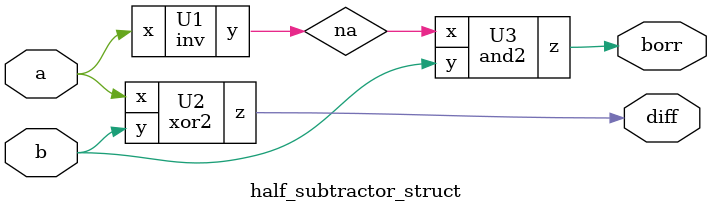
<source format=v>


module half_subtractor(input a,b, output diff,borr);
  assign diff = a^b;
  assign borr = (~a)&b;
endmodule


// Gate level

module half_subtractor_gate(input a, b, output diff, borr);
  wire na;
  not (na, a);         // na = ~a
  xor (diff, a, b);    // diff = a ^ b
  and (borr, na, b);   // borr = ~a & b
endmodule



// Behavioral using always block
module half_subtractor_beh(input a, b, output reg diff, borr);
  always @(*) begin
    diff = a ^ b;
    borr = (~a) & b;
  end
endmodule


//Behavioral using case
module half_subtractor_case(input a, b, output reg diff, borr);
  always @(*) begin
    case ({a, b})
      2'b00: begin diff = 0; borr = 0; end
      2'b01: begin diff = 1; borr = 1; end
      2'b10: begin diff = 1; borr = 0; end
      2'b11: begin diff = 0; borr = 0; end
    endcase
  end
endmodule


//Structural Modeling using small gates and submodels
module inv(input x, output y);
  assign y = ~x;
endmodule

module and2(input x, y, output z);
  assign z = x & y;
endmodule

module xor2(input x, y, output z);
  assign z = x ^ y;
endmodule

module half_subtractor_struct(input a, b, output diff, borr);
  wire na;
  inv U1 (.x(a), .y(na));
  xor2 U2 (.x(a), .y(b), .z(diff));
  and2 U3 (.x(na), .y(b), .z(borr));
endmodule

</source>
